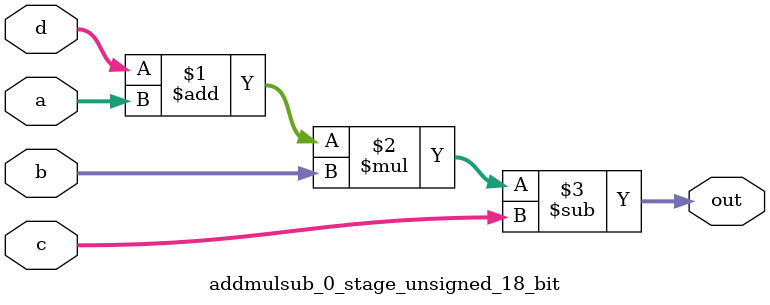
<source format=sv>
(* use_dsp = "yes" *) module addmulsub_0_stage_unsigned_18_bit(
	input  [17:0] a,
	input  [17:0] b,
	input  [17:0] c,
	input  [17:0] d,
	output [17:0] out
	);

	assign out = ((d + a) * b) - c;
endmodule

</source>
